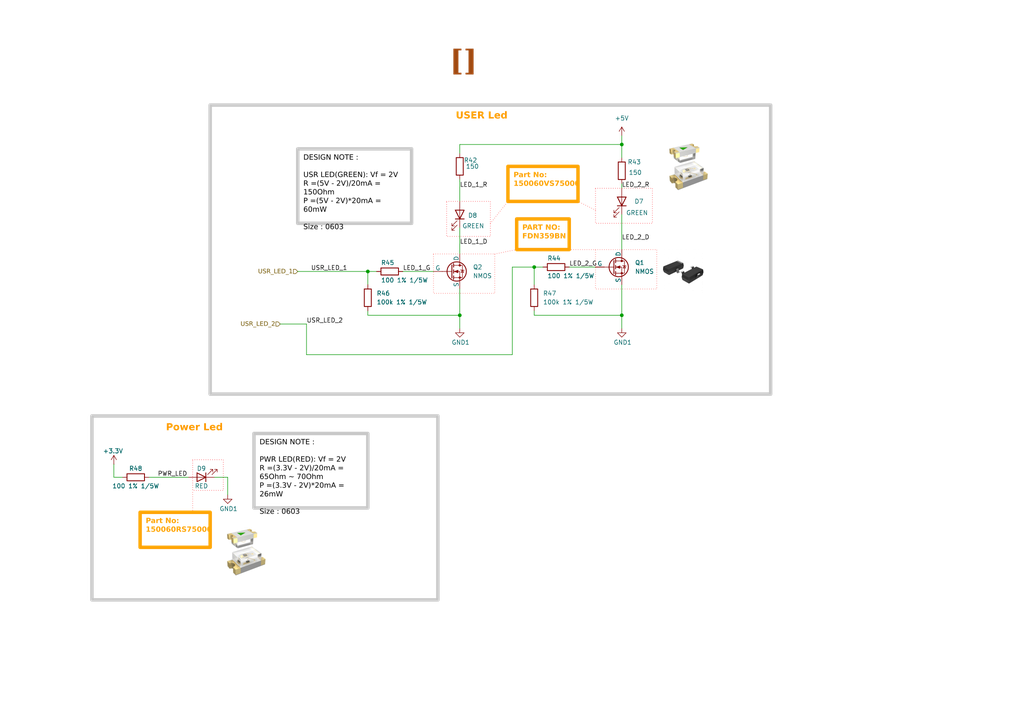
<source format=kicad_sch>
(kicad_sch (version 20231120) (generator "eeschema") (generator_version "8.0")
  (paper "A4")
  (lib_symbols
    (symbol "+3.3V_1" (power) (pin_numbers hide) (pin_names (offset 0) hide)
      (property "Value" "+3.3V" (at 0 3.556 0))
      (symbol "+3.3V_1_0_1"
        (polyline (pts (xy -0.762 1.27) (xy 0 2.54)))
        (polyline (pts (xy 0 0) (xy 0 2.54)))
        (polyline (pts (xy 0 2.54) (xy 0.762 1.27)))
      )
      (symbol "+3.3V_1_1_1"
        (pin power_in line (at 0 0 90) (length 0) (name "~") (number "1"))
      )
    )
    (symbol "Device:LED" (pin_numbers hide) (pin_names (offset 1.016) hide)
      (property "Reference" "D" (at 0 2.54 0))
      (property "Value" "LED" (at 0 -2.54 0))
      (symbol "LED_0_1"
        (polyline (pts (xy -1.27 -1.27) (xy -1.27 1.27)) (stroke (width 0.254)))
        (polyline (pts (xy -1.27 0) (xy 1.27 0)))
        (polyline (pts (xy 1.27 -1.27) (xy 1.27 1.27) (xy -1.27 0) (xy 1.27 -1.27)) (stroke (width 0.254)))
        (polyline (pts (xy -3.048 -0.762) (xy -4.572 -2.286) (xy -3.81 -2.286) (xy -4.572 -2.286) (xy -4.572 -1.524)))
        (polyline (pts (xy -1.778 -0.762) (xy -3.302 -2.286) (xy -2.54 -2.286) (xy -3.302 -2.286) (xy -3.302 -1.524)))
      )
      (symbol "LED_1_1"
        (pin passive line (at -3.81 0 0) (length 2.54) (name "K") (number "1"))
        (pin passive line (at 3.81 0 180) (length 2.54) (name "A") (number "2"))
      )
    )
    (symbol "Device:R" (pin_numbers hide) (pin_names (offset 0))
      (property "Reference" "R" (at 2.032 0 90))
      (property "Value" "R" (at 0 0 90))
      (symbol "R_0_1"
        (rectangle (start -1.016 -2.54) (end 1.016 2.54) (stroke (width 0.254)))
      )
      (symbol "R_1_1"
        (pin passive line (at 0 3.81 270) (length 1.27) (name "~") (number "1"))
        (pin passive line (at 0 -3.81 90) (length 1.27) (name "~") (number "2"))
      )
    )
    (symbol "GND1_1" (power) (pin_numbers hide) (pin_names (offset 0) hide)
      (property "Value" "GND1" (at 0 -3.81 0))
      (symbol "GND1_1_0_1"
        (polyline (pts (xy 0 0) (xy 0 -1.27) (xy 1.27 -1.27) (xy 0 -2.54) (xy -1.27 -1.27) (xy 0 -1.27)))
      )
      (symbol "GND1_1_1_1"
        (pin power_in line (at 0 0 270) (length 0) (name "~") (number "1"))
      )
    )
    (symbol "Simulation_SPICE:NMOS" (pin_numbers hide) (pin_names (offset 0))
      (property "Reference" "Q" (at 5.08 1.27 0))
      (property "Value" "NMOS" (at 5.08 -1.27 0))
      (symbol "NMOS_0_1"
        (polyline (pts (xy 0.254 0) (xy -2.54 0)))
        (polyline (pts (xy 0.254 1.905) (xy 0.254 -1.905)) (stroke (width 0.254)))
        (polyline (pts (xy 0.762 -1.27) (xy 0.762 -2.286)) (stroke (width 0.254)))
        (polyline (pts (xy 0.762 0.508) (xy 0.762 -0.508)) (stroke (width 0.254)))
        (polyline (pts (xy 0.762 2.286) (xy 0.762 1.27)) (stroke (width 0.254)))
        (polyline (pts (xy 2.54 2.54) (xy 2.54 1.778)))
        (polyline (pts (xy 2.54 -2.54) (xy 2.54 0) (xy 0.762 0)))
        (polyline (pts (xy 0.762 -1.778) (xy 3.302 -1.778) (xy 3.302 1.778) (xy 0.762 1.778)))
        (polyline (pts (xy 1.016 0) (xy 2.032 0.381) (xy 2.032 -0.381) (xy 1.016 0)) (fill (type outline)))
        (polyline (pts (xy 2.794 0.508) (xy 2.921 0.381) (xy 3.683 0.381) (xy 3.81 0.254)))
        (polyline (pts (xy 3.302 0.381) (xy 2.921 -0.254) (xy 3.683 -0.254) (xy 3.302 0.381)))
        (circle (center 1.651 0) (radius 2.794) (stroke (width 0.254)))
        (circle (center 2.54 -1.778) (radius 0.254) (fill (type outline)))
        (circle (center 2.54 1.778) (radius 0.254) (fill (type outline)))
      )
      (symbol "NMOS_1_1"
        (pin passive line (at 2.54 5.08 270) (length 2.54) (name "D") (number "1"))
        (pin input line (at -5.08 0 0) (length 2.54) (name "G") (number "2"))
        (pin passive line (at 2.54 -5.08 90) (length 2.54) (name "S") (number "3"))
      )
    )
    (symbol "power:+5V" (power) (pin_numbers hide) (pin_names (offset 0) hide)
      (property "Value" "+5V" (at 0 3.556 0))
      (symbol "+5V_0_1"
        (polyline (pts (xy -0.762 1.27) (xy 0 2.54)))
        (polyline (pts (xy 0 0) (xy 0 2.54)))
        (polyline (pts (xy 0 2.54) (xy 0.762 1.27)))
      )
      (symbol "+5V_1_1"
        (pin power_in line (at 0 0 90) (length 0) (name "~") (number "1"))
      )
    )
  )
  (junction (at 180.34 41.91))
  (junction (at 106.68 78.74))
  (junction (at 154.94 77.47))
  (junction (at 180.34 91.44))
  (junction (at 133.35 91.44))
  (wire (pts (xy 180.34 91.44) (xy 180.34 95.25)))
  (wire (pts (xy 165.1 77.47) (xy 172.72 77.47)))
  (wire (pts (xy 106.68 90.17) (xy 106.68 91.44)))
  (wire (pts (xy 106.68 78.74) (xy 109.22 78.74)))
  (wire (pts (xy 133.35 66.04) (xy 133.35 73.66)))
  (wire (pts (xy 148.59 102.87) (xy 148.59 77.47)))
  (polyline (pts (xy 142.24 64.77) (xy 147.32 58.42)) (stroke (width 0) (type dot) (color 255 42 40 1)))
  (wire (pts (xy 180.34 41.91) (xy 180.34 45.72)))
  (wire (pts (xy 86.36 78.74) (xy 106.68 78.74)))
  (wire (pts (xy 133.35 83.82) (xy 133.35 91.44)))
  (wire (pts (xy 180.34 82.55) (xy 180.34 91.44)))
  (polyline (pts (xy 143.51 73.66) (xy 149.86 72.39)) (stroke (width 0) (type dot) (color 255 42 40 1)))
  (wire (pts (xy 81.28 93.98) (xy 88.9 93.98)))
  (wire (pts (xy 106.68 91.44) (xy 133.35 91.44)))
  (polyline (pts (xy 165.1 72.39) (xy 172.72 72.39)) (stroke (width 0) (type dot) (color 255 42 40 1)))
  (wire (pts (xy 62.23 138.43) (xy 66.04 138.43)))
  (polyline (pts (xy 172.72 60.96) (xy 167.64 58.42)) (stroke (width 0) (type dot) (color 255 42 40 1)))
  (wire (pts (xy 154.94 90.17) (xy 154.94 91.44)))
  (wire (pts (xy 106.68 82.55) (xy 106.68 78.74)))
  (wire (pts (xy 180.34 53.34) (xy 180.34 54.61)))
  (polyline (pts (xy 55.88 148.59) (xy 55.88 142.24)) (stroke (width 0) (type dot) (color 255 42 40 1)))
  (wire (pts (xy 133.35 52.07) (xy 133.35 58.42)))
  (wire (pts (xy 154.94 77.47) (xy 154.94 82.55)))
  (wire (pts (xy 133.35 91.44) (xy 133.35 95.25)))
  (wire (pts (xy 88.9 102.87) (xy 88.9 93.98)))
  (wire (pts (xy 180.34 39.37) (xy 180.34 41.91)))
  (wire (pts (xy 133.35 44.45) (xy 133.35 41.91)))
  (wire (pts (xy 180.34 62.23) (xy 180.34 72.39)))
  (wire (pts (xy 43.18 138.43) (xy 54.61 138.43)))
  (wire (pts (xy 66.04 143.51) (xy 66.04 138.43)))
  (wire (pts (xy 148.59 77.47) (xy 154.94 77.47)))
  (wire (pts (xy 88.9 102.87) (xy 148.59 102.87)))
  (wire (pts (xy 33.02 134.62) (xy 33.02 138.43)))
  (wire (pts (xy 33.02 138.43) (xy 35.56 138.43)))
  (wire (pts (xy 154.94 91.44) (xy 180.34 91.44)))
  (wire (pts (xy 154.94 77.47) (xy 157.48 77.47)))
  (wire (pts (xy 116.84 78.74) (xy 125.73 78.74)))
  (wire (pts (xy 133.35 41.91) (xy 180.34 41.91)))
  (rectangle (start 125.73 73.66) (end 143.51 85.09) (stroke (width 0) (type dot) (color 255 49 44 1)))
  (rectangle (start 60.96 30.48) (end 223.52 114.3) (stroke (width 1) (color 200 200 200 1)))
  (rectangle (start 55.88 133.35) (end 64.77 142.24) (stroke (width 0) (type dot) (color 255 0 13 1)))
  (rectangle (start 172.72 72.39) (end 190.5 83.82) (stroke (width 0) (type dot) (color 255 49 44 1)))
  (rectangle (start 129.54 58.42) (end 142.24 68.58) (stroke (width 0) (type dot) (color 255 0 13 1)))
  (rectangle (start 26.67 120.65) (end 127 173.99) (stroke (width 1) (color 200 200 200 1)))
  (rectangle (start 172.72 54.61) (end 189.23 64.77) (stroke (width 0) (type dot) (color 255 0 13 1)))
  (image (at 199.39 48.26) (scale 0.281224))
  (image (at 198.12 78.74) (scale 0.22851))
  (image (at 71.12 160.02) (scale 0.281224))
  (text_box "DESIGN NOTE :\n\nPWR LED(RED): Vf = 2V\nR =(3.3V - 2V)/20mA = 65Ohm ~ 70Ohm \nP =(3.3V - 2V)*20mA = 26mW\n\nSize : 0603" (at 73.66 125.73 0) (size 33.02 21.59) (stroke (width 1) (color 200 200 200 1)) (effects (font (size 1.5 1.5)) (justify left top)))
  (text_box "PART NO:\nFDN359BN" (at 149.86 63.5 0) (size 15.24 8.89) (stroke (width 1) (color 255 163 5 1)) (effects (font (size 1.5 1.5) (thickness 0.4) (bold yes)) (justify left top)))
  (text_box "Part No: \n150060VS75000" (at 147.32 48.26 0) (size 20.32 10.16) (stroke (width 1) (color 255 163 5 1)) (effects (font (size 1.5 1.5) (thickness 0.4) (bold yes)) (justify left top)))
  (text_box "Part No: \n150060RS75000" (at 40.64 148.59 0) (size 20.32 10.16) (stroke (width 1) (color 255 163 5 1)) (effects (font (size 1.5 1.5) (thickness 0.4) (bold yes)) (justify left top)))
  (text_box "DESIGN NOTE :\n\nUSR LED(GREEN): Vf = 2V\nR =(5V - 2V)/20mA = 150Ohm \nP =(5V - 2V)*20mA = 60mW\n\nSize : 0603" (at 86.36 43.18 0) (size 33.02 21.59) (stroke (width 1) (color 200 200 200 1)) (effects (font (size 1.5 1.5)) (justify left top)))
  (text "[${#}] ${SHEETNAME}" (at 135.89 19.812 0) (effects (font (size 6 6) (thickness 0.254) (bold yes))))
  (text "USER Led" (at 139.7 34.29 0) (effects (font (size 2 2) (thickness 0.4) (bold yes))))
  (text "Power Led" (at 56.388 124.714 0) (effects (font (size 2 2) (thickness 0.4) (bold yes))))
  (label "LED_2_G" (at 165.1 77.47 0))
  (label "LED_1_R" (at 133.35 54.61 0))
  (label "USR_LED_1" (at 90.17 78.74 0))
  (label "LED_1_G" (at 116.84 78.74 0))
  (label "LED_2_R" (at 180.34 54.61 0))
  (label "LED_1_D" (at 133.35 71.12 0))
  (label "LED_2_D" (at 180.34 69.85 0))
  (label "PWR_LED" (at 45.72 138.43 0) (effects (font (thickness 0.1588))))
  (label "USR_LED_2" (at 88.9 93.98 0))
  (hierarchical_label "USR_LED_2" (shape input) (at 81.28 93.98 180))
  (hierarchical_label "USR_LED_1" (shape input) (at 86.36 78.74 180))
  (symbol (lib_id "Device:R") (at 154.94 86.36 0) (unit 1)
    (property "Reference" "R47" (at 157.48 85.0899 0) (effects (justify left)))
    (property "Value" "100k 1% 1/5W" (at 157.48 87.6299 0) (effects (justify left)))
    (property "Footprint" "Resistor_SMD:R_0603_1608Metric_Pad0.98x0.95mm_HandSolder" (effects (hide yes)))
    (property "Description" "Resistor" (effects (hide yes)))
  )
  (symbol (lib_id "Device:R") (at 133.35 48.26 0) (mirror y) (unit 1)
    (property "Reference" "R42" (at 138.43 46.482 0) (effects (justify left)))
    (property "Value" "150" (at 138.938 48.26 0) (effects (justify left)))
    (property "Footprint" "Resistor_SMD:R_0603_1608Metric_Pad0.98x0.95mm_HandSolder" (effects (hide yes)))
  )
  (symbol (lib_id "Device:R") (at 161.29 77.47 270) (mirror x) (unit 1)
    (property "Reference" "R44" (at 158.75 74.93 90) (effects (justify left)))
    (property "Value" "100 1% 1/5W" (at 158.75 80.01 90) (effects (justify left)))
    (property "Footprint" "Resistor_SMD:R_0603_1608Metric_Pad0.98x0.95mm_HandSolder" (effects (hide yes)))
  )
  (symbol (lib_name "GND1_1") (lib_id "power:GND1") (at 66.04 143.51 0) (unit 1)
    (property "Reference" "#PWR0129" (effects (hide yes)))
    (property "Value" "GND1" (at 66.294 147.574 0))
    (property "Description" "Power symbol creates a global label with name \"GND1\" , ground" (effects (hide yes)))
  )
  (symbol (lib_name "GND1_1") (lib_id "power:GND1") (at 133.35 95.25 0) (unit 1)
    (property "Reference" "#PWR0126" (effects (hide yes)))
    (property "Value" "GND1" (at 133.604 99.314 0))
    (property "Description" "Power symbol creates a global label with name \"GND1\" , ground" (effects (hide yes)))
  )
  (symbol (lib_id "Simulation_SPICE:NMOS") (at 130.81 78.74 0) (unit 1)
    (property "Reference" "Q2" (at 137.16 77.4699 0) (effects (justify left)))
    (property "Value" "NMOS" (at 137.16 80.0099 0) (effects (justify left)))
    (property "Footprint" "Package_TO_SOT_SMD:SuperSOT-3" (effects (hide yes)))
    (property "Datasheet" "https://ngspice.sourceforge.io/docs/ngspice-html-manual/manual.xhtml#cha_MOSFETs" (effects (hide yes)))
    (property "Description" "N-MOSFET transistor, drain/source/gate" (effects (hide yes)))
  )
  (symbol (lib_id "Simulation_SPICE:NMOS") (at 177.8 77.47 0) (unit 1)
    (property "Reference" "Q1" (at 184.15 76.1999 0) (effects (justify left)))
    (property "Value" "NMOS" (at 184.15 78.7399 0) (effects (justify left)))
    (property "Footprint" "Package_TO_SOT_SMD:SuperSOT-3" (effects (hide yes)))
    (property "Datasheet" "https://ngspice.sourceforge.io/docs/ngspice-html-manual/manual.xhtml#cha_MOSFETs" (effects (hide yes)))
    (property "Description" "N-MOSFET transistor, drain/source/gate" (effects (hide yes)))
  )
  (symbol (lib_id "Device:R") (at 106.68 86.36 0) (unit 1)
    (property "Reference" "R46" (at 109.22 85.0899 0) (effects (justify left)))
    (property "Value" "100k 1% 1/5W" (at 109.22 87.6299 0) (effects (justify left)))
    (property "Footprint" "Resistor_SMD:R_0603_1608Metric_Pad0.98x0.95mm_HandSolder" (effects (hide yes)))
    (property "Description" "Resistor" (effects (hide yes)))
  )
  (symbol (lib_id "power:+5V") (at 180.34 39.37 0) (unit 1)
    (property "Reference" "#PWR0125" (effects (hide yes)))
    (property "Value" "+5V" (at 180.34 34.29 0))
    (property "Description" "Power symbol creates a global label with name \"+5V\"" (effects (hide yes)))
  )
  (symbol (lib_id "Device:R") (at 113.03 78.74 270) (mirror x) (unit 1)
    (property "Reference" "R45" (at 110.49 76.2 90) (effects (justify left)))
    (property "Value" "100 1% 1/5W" (at 110.49 81.28 90) (effects (justify left)))
    (property "Footprint" "Resistor_SMD:R_0603_1608Metric_Pad0.98x0.95mm_HandSolder" (effects (hide yes)))
  )
  (symbol (lib_name "+3.3V_1") (lib_id "power:+3.3V") (at 33.02 134.62 0) (unit 1)
    (property "Reference" "#PWR0128" (effects (hide yes)))
    (property "Value" "+3.3V" (at 32.766 130.81 0))
    (property "Description" "Power symbol creates a global label with name \"+3.3V\"" (effects (hide yes)))
  )
  (symbol (lib_name "GND1_1") (lib_id "power:GND1") (at 180.34 95.25 0) (unit 1)
    (property "Reference" "#PWR0127" (effects (hide yes)))
    (property "Value" "GND1" (at 180.594 99.314 0))
    (property "Description" "Power symbol creates a global label with name \"GND1\" , ground" (effects (hide yes)))
  )
  (symbol (lib_id "Device:LED") (at 133.35 62.23 270) (mirror x) (unit 1)
    (property "Reference" "D8" (at 138.43 62.484 90) (effects (justify right)))
    (property "Value" "GREEN" (at 140.462 65.532 90) (effects (justify right)))
    (property "Footprint" "LED_SMD:LED_0603_1608Metric_Pad1.05x0.95mm_HandSolder" (effects (hide yes)))
  )
  (symbol (lib_id "Device:R") (at 180.34 49.53 0) (mirror y) (unit 1)
    (property "Reference" "R43" (at 185.928 46.99 0) (effects (justify left)))
    (property "Value" "150" (at 186.182 50.038 0) (effects (justify left)))
    (property "Footprint" "Resistor_SMD:R_0603_1608Metric_Pad0.98x0.95mm_HandSolder" (effects (hide yes)))
  )
  (symbol (lib_id "Device:LED") (at 180.34 58.42 270) (mirror x) (unit 1)
    (property "Reference" "D7" (at 186.69 58.42 90) (effects (justify right)))
    (property "Value" "GREEN" (at 187.96 61.722 90) (effects (justify right)))
    (property "Footprint" "LED_SMD:LED_0603_1608Metric_Pad1.05x0.95mm_HandSolder" (effects (hide yes)))
  )
  (symbol (lib_id "Device:LED") (at 58.42 138.43 180) (unit 1)
    (property "Reference" "D9" (at 58.42 135.89 0))
    (property "Value" "RED" (at 58.42 140.97 0))
    (property "Footprint" "LED_SMD:LED_0603_1608Metric_Pad1.05x0.95mm_HandSolder" (effects (hide yes)))
  )
  (symbol (lib_id "Device:R") (at 39.37 138.43 90) (unit 1)
    (property "Reference" "R48" (at 39.37 135.89 90))
    (property "Value" "100 1% 1/5W" (at 39.37 140.97 90))
    (property "Footprint" "Resistor_SMD:R_0603_1608Metric_Pad0.98x0.95mm_HandSolder" (effects (hide yes)))
  )
)
</source>
